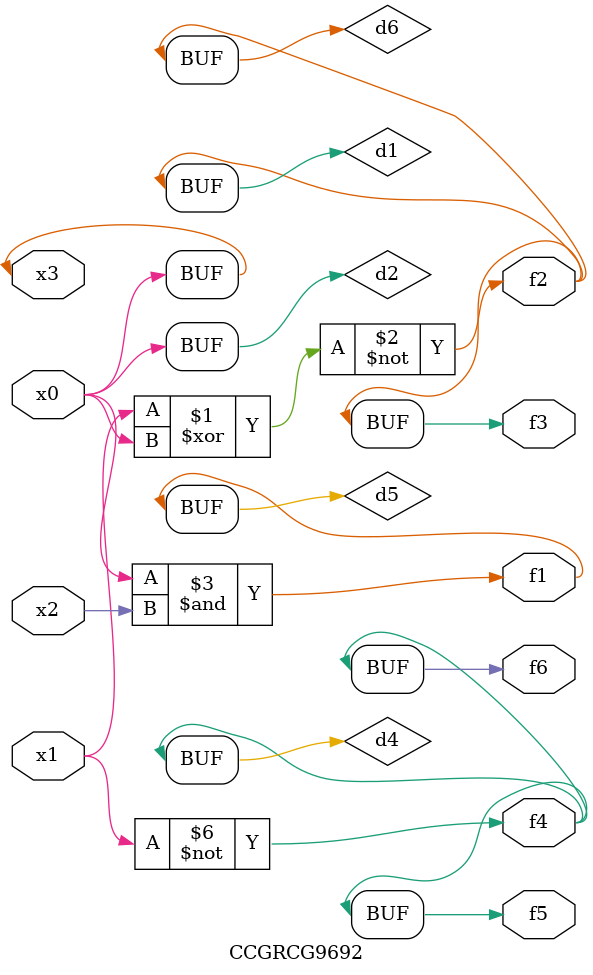
<source format=v>
module CCGRCG9692(
	input x0, x1, x2, x3,
	output f1, f2, f3, f4, f5, f6
);

	wire d1, d2, d3, d4, d5, d6;

	xnor (d1, x1, x3);
	buf (d2, x0, x3);
	nand (d3, x0, x2);
	not (d4, x1);
	nand (d5, d3);
	or (d6, d1);
	assign f1 = d5;
	assign f2 = d6;
	assign f3 = d6;
	assign f4 = d4;
	assign f5 = d4;
	assign f6 = d4;
endmodule

</source>
